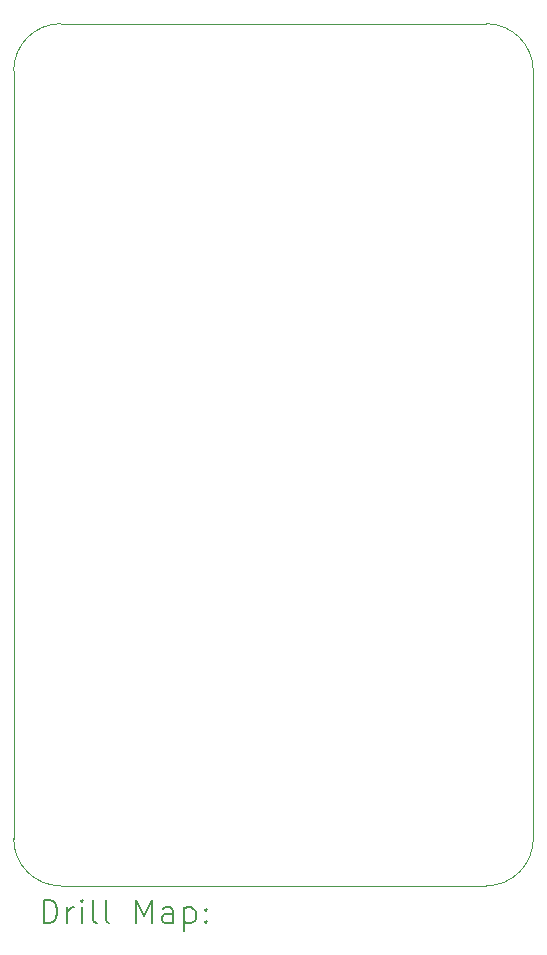
<source format=gbr>
%TF.GenerationSoftware,KiCad,Pcbnew,7.0.9*%
%TF.CreationDate,2024-01-11T22:44:25+01:00*%
%TF.ProjectId,CameraV1,43616d65-7261-4563-912e-6b696361645f,rev?*%
%TF.SameCoordinates,Original*%
%TF.FileFunction,Drillmap*%
%TF.FilePolarity,Positive*%
%FSLAX45Y45*%
G04 Gerber Fmt 4.5, Leading zero omitted, Abs format (unit mm)*
G04 Created by KiCad (PCBNEW 7.0.9) date 2024-01-11 22:44:25*
%MOMM*%
%LPD*%
G01*
G04 APERTURE LIST*
%ADD10C,0.100000*%
%ADD11C,0.200000*%
G04 APERTURE END LIST*
D10*
X13500000Y-13000000D02*
G75*
G03*
X13900000Y-12600000I0J400000D01*
G01*
X13900000Y-6100000D02*
G75*
G03*
X13500000Y-5700000I-400000J0D01*
G01*
X9500000Y-6100000D02*
X9500000Y-12600000D01*
X13900000Y-12600000D02*
X13900000Y-6100000D01*
X9900000Y-13000000D02*
X13500000Y-13000000D01*
X9900000Y-5700000D02*
G75*
G03*
X9500000Y-6100000I0J-400000D01*
G01*
X9500000Y-12600000D02*
G75*
G03*
X9900000Y-13000000I400000J0D01*
G01*
X13500000Y-5700000D02*
X9900000Y-5700000D01*
D11*
X9755777Y-13316484D02*
X9755777Y-13116484D01*
X9755777Y-13116484D02*
X9803396Y-13116484D01*
X9803396Y-13116484D02*
X9831967Y-13126008D01*
X9831967Y-13126008D02*
X9851015Y-13145055D01*
X9851015Y-13145055D02*
X9860539Y-13164103D01*
X9860539Y-13164103D02*
X9870063Y-13202198D01*
X9870063Y-13202198D02*
X9870063Y-13230769D01*
X9870063Y-13230769D02*
X9860539Y-13268865D01*
X9860539Y-13268865D02*
X9851015Y-13287912D01*
X9851015Y-13287912D02*
X9831967Y-13306960D01*
X9831967Y-13306960D02*
X9803396Y-13316484D01*
X9803396Y-13316484D02*
X9755777Y-13316484D01*
X9955777Y-13316484D02*
X9955777Y-13183150D01*
X9955777Y-13221246D02*
X9965301Y-13202198D01*
X9965301Y-13202198D02*
X9974824Y-13192674D01*
X9974824Y-13192674D02*
X9993872Y-13183150D01*
X9993872Y-13183150D02*
X10012920Y-13183150D01*
X10079586Y-13316484D02*
X10079586Y-13183150D01*
X10079586Y-13116484D02*
X10070063Y-13126008D01*
X10070063Y-13126008D02*
X10079586Y-13135531D01*
X10079586Y-13135531D02*
X10089110Y-13126008D01*
X10089110Y-13126008D02*
X10079586Y-13116484D01*
X10079586Y-13116484D02*
X10079586Y-13135531D01*
X10203396Y-13316484D02*
X10184348Y-13306960D01*
X10184348Y-13306960D02*
X10174824Y-13287912D01*
X10174824Y-13287912D02*
X10174824Y-13116484D01*
X10308158Y-13316484D02*
X10289110Y-13306960D01*
X10289110Y-13306960D02*
X10279586Y-13287912D01*
X10279586Y-13287912D02*
X10279586Y-13116484D01*
X10536729Y-13316484D02*
X10536729Y-13116484D01*
X10536729Y-13116484D02*
X10603396Y-13259341D01*
X10603396Y-13259341D02*
X10670063Y-13116484D01*
X10670063Y-13116484D02*
X10670063Y-13316484D01*
X10851015Y-13316484D02*
X10851015Y-13211722D01*
X10851015Y-13211722D02*
X10841491Y-13192674D01*
X10841491Y-13192674D02*
X10822444Y-13183150D01*
X10822444Y-13183150D02*
X10784348Y-13183150D01*
X10784348Y-13183150D02*
X10765301Y-13192674D01*
X10851015Y-13306960D02*
X10831967Y-13316484D01*
X10831967Y-13316484D02*
X10784348Y-13316484D01*
X10784348Y-13316484D02*
X10765301Y-13306960D01*
X10765301Y-13306960D02*
X10755777Y-13287912D01*
X10755777Y-13287912D02*
X10755777Y-13268865D01*
X10755777Y-13268865D02*
X10765301Y-13249817D01*
X10765301Y-13249817D02*
X10784348Y-13240293D01*
X10784348Y-13240293D02*
X10831967Y-13240293D01*
X10831967Y-13240293D02*
X10851015Y-13230769D01*
X10946253Y-13183150D02*
X10946253Y-13383150D01*
X10946253Y-13192674D02*
X10965301Y-13183150D01*
X10965301Y-13183150D02*
X11003396Y-13183150D01*
X11003396Y-13183150D02*
X11022444Y-13192674D01*
X11022444Y-13192674D02*
X11031967Y-13202198D01*
X11031967Y-13202198D02*
X11041491Y-13221246D01*
X11041491Y-13221246D02*
X11041491Y-13278388D01*
X11041491Y-13278388D02*
X11031967Y-13297436D01*
X11031967Y-13297436D02*
X11022444Y-13306960D01*
X11022444Y-13306960D02*
X11003396Y-13316484D01*
X11003396Y-13316484D02*
X10965301Y-13316484D01*
X10965301Y-13316484D02*
X10946253Y-13306960D01*
X11127205Y-13297436D02*
X11136729Y-13306960D01*
X11136729Y-13306960D02*
X11127205Y-13316484D01*
X11127205Y-13316484D02*
X11117682Y-13306960D01*
X11117682Y-13306960D02*
X11127205Y-13297436D01*
X11127205Y-13297436D02*
X11127205Y-13316484D01*
X11127205Y-13192674D02*
X11136729Y-13202198D01*
X11136729Y-13202198D02*
X11127205Y-13211722D01*
X11127205Y-13211722D02*
X11117682Y-13202198D01*
X11117682Y-13202198D02*
X11127205Y-13192674D01*
X11127205Y-13192674D02*
X11127205Y-13211722D01*
M02*

</source>
